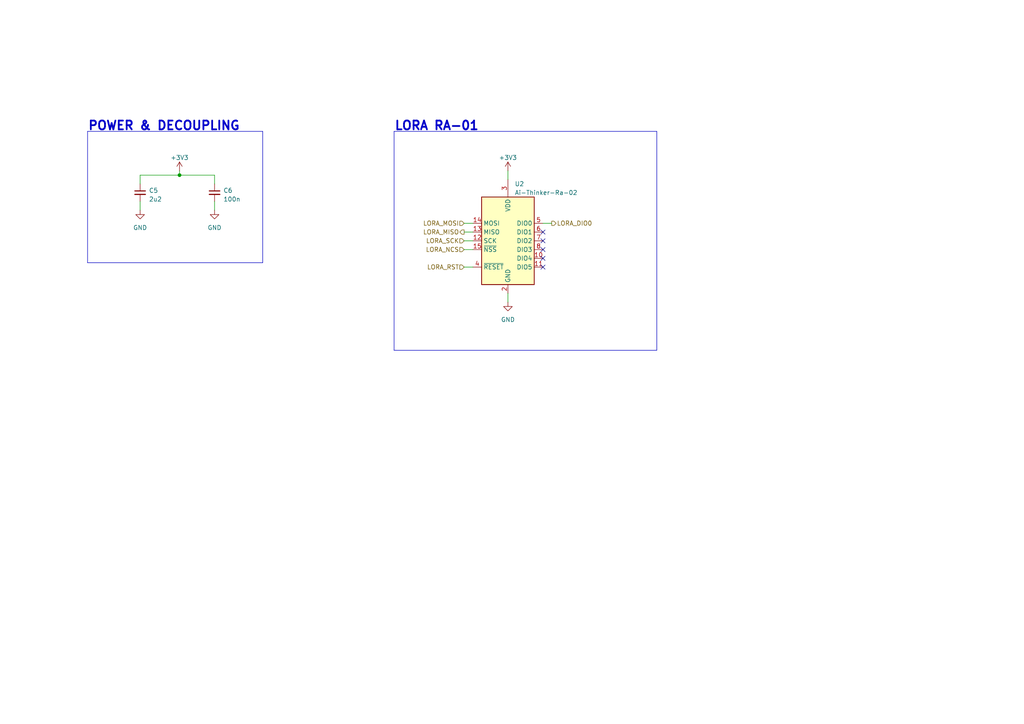
<source format=kicad_sch>
(kicad_sch (version 20230121) (generator eeschema)

  (uuid 337be546-248a-4d87-bc5f-0cc0ae35cca8)

  (paper "A4")

  (lib_symbols
    (symbol "Device:C_Small" (pin_numbers hide) (pin_names (offset 0.254) hide) (in_bom yes) (on_board yes)
      (property "Reference" "C" (at 0.254 1.778 0)
        (effects (font (size 1.27 1.27)) (justify left))
      )
      (property "Value" "C_Small" (at 0.254 -2.032 0)
        (effects (font (size 1.27 1.27)) (justify left))
      )
      (property "Footprint" "" (at 0 0 0)
        (effects (font (size 1.27 1.27)) hide)
      )
      (property "Datasheet" "~" (at 0 0 0)
        (effects (font (size 1.27 1.27)) hide)
      )
      (property "ki_keywords" "capacitor cap" (at 0 0 0)
        (effects (font (size 1.27 1.27)) hide)
      )
      (property "ki_description" "Unpolarized capacitor, small symbol" (at 0 0 0)
        (effects (font (size 1.27 1.27)) hide)
      )
      (property "ki_fp_filters" "C_*" (at 0 0 0)
        (effects (font (size 1.27 1.27)) hide)
      )
      (symbol "C_Small_0_1"
        (polyline
          (pts
            (xy -1.524 -0.508)
            (xy 1.524 -0.508)
          )
          (stroke (width 0.3302) (type default))
          (fill (type none))
        )
        (polyline
          (pts
            (xy -1.524 0.508)
            (xy 1.524 0.508)
          )
          (stroke (width 0.3048) (type default))
          (fill (type none))
        )
      )
      (symbol "C_Small_1_1"
        (pin passive line (at 0 2.54 270) (length 2.032)
          (name "~" (effects (font (size 1.27 1.27))))
          (number "1" (effects (font (size 1.27 1.27))))
        )
        (pin passive line (at 0 -2.54 90) (length 2.032)
          (name "~" (effects (font (size 1.27 1.27))))
          (number "2" (effects (font (size 1.27 1.27))))
        )
      )
    )
    (symbol "RF_Module:Ai-Thinker-Ra-02" (in_bom yes) (on_board yes)
      (property "Reference" "U" (at 2.54 19.05 0)
        (effects (font (size 1.27 1.27)))
      )
      (property "Value" "Ai-Thinker-Ra-02" (at 13.97 -15.24 0)
        (effects (font (size 1.27 1.27)))
      )
      (property "Footprint" "RF_Module:Ai-Thinker-Ra-01-LoRa" (at 25.4 -10.16 0)
        (effects (font (size 1.27 1.27)) hide)
      )
      (property "Datasheet" "http://wiki.ai-thinker.com/_media/lora/docs/c048ps01a1_ra-02_product_specification_v1.1.pdf" (at 2.54 19.05 0)
        (effects (font (size 1.27 1.27)) hide)
      )
      (property "ki_keywords" "Ra-02 LoRa" (at 0 0 0)
        (effects (font (size 1.27 1.27)) hide)
      )
      (property "ki_description" "Ai-Thinker Ra-02 410-525 MHz LoRa Module, SPI interface, U.FL antenna connector" (at 0 0 0)
        (effects (font (size 1.27 1.27)) hide)
      )
      (property "ki_fp_filters" "Ai?Thinker?Ra?01*" (at 0 0 0)
        (effects (font (size 1.27 1.27)) hide)
      )
      (symbol "Ai-Thinker-Ra-02_0_1"
        (rectangle (start -7.62 12.7) (end 7.62 -12.7)
          (stroke (width 0.254) (type default))
          (fill (type background))
        )
      )
      (symbol "Ai-Thinker-Ra-02_1_1"
        (pin passive line (at 0 -15.24 90) (length 2.54) hide
          (name "GND" (effects (font (size 1.27 1.27))))
          (number "1" (effects (font (size 1.27 1.27))))
        )
        (pin bidirectional line (at 10.16 -5.08 180) (length 2.54)
          (name "DIO4" (effects (font (size 1.27 1.27))))
          (number "10" (effects (font (size 1.27 1.27))))
        )
        (pin bidirectional line (at 10.16 -7.62 180) (length 2.54)
          (name "DIO5" (effects (font (size 1.27 1.27))))
          (number "11" (effects (font (size 1.27 1.27))))
        )
        (pin input line (at -10.16 0 0) (length 2.54)
          (name "SCK" (effects (font (size 1.27 1.27))))
          (number "12" (effects (font (size 1.27 1.27))))
        )
        (pin output line (at -10.16 2.54 0) (length 2.54)
          (name "MISO" (effects (font (size 1.27 1.27))))
          (number "13" (effects (font (size 1.27 1.27))))
        )
        (pin input line (at -10.16 5.08 0) (length 2.54)
          (name "MOSI" (effects (font (size 1.27 1.27))))
          (number "14" (effects (font (size 1.27 1.27))))
        )
        (pin input line (at -10.16 -2.54 0) (length 2.54)
          (name "~{NSS}" (effects (font (size 1.27 1.27))))
          (number "15" (effects (font (size 1.27 1.27))))
        )
        (pin passive line (at 0 -15.24 90) (length 2.54) hide
          (name "GND" (effects (font (size 1.27 1.27))))
          (number "16" (effects (font (size 1.27 1.27))))
        )
        (pin power_in line (at 0 -15.24 90) (length 2.54)
          (name "GND" (effects (font (size 1.27 1.27))))
          (number "2" (effects (font (size 1.27 1.27))))
        )
        (pin power_in line (at 0 17.78 270) (length 5.08)
          (name "VDD" (effects (font (size 1.27 1.27))))
          (number "3" (effects (font (size 1.27 1.27))))
        )
        (pin input line (at -10.16 -7.62 0) (length 2.54)
          (name "~{RESET}" (effects (font (size 1.27 1.27))))
          (number "4" (effects (font (size 1.27 1.27))))
        )
        (pin bidirectional line (at 10.16 5.08 180) (length 2.54)
          (name "DIO0" (effects (font (size 1.27 1.27))))
          (number "5" (effects (font (size 1.27 1.27))))
        )
        (pin bidirectional line (at 10.16 2.54 180) (length 2.54)
          (name "DIO1" (effects (font (size 1.27 1.27))))
          (number "6" (effects (font (size 1.27 1.27))))
        )
        (pin bidirectional line (at 10.16 0 180) (length 2.54)
          (name "DIO2" (effects (font (size 1.27 1.27))))
          (number "7" (effects (font (size 1.27 1.27))))
        )
        (pin bidirectional line (at 10.16 -2.54 180) (length 2.54)
          (name "DIO3" (effects (font (size 1.27 1.27))))
          (number "8" (effects (font (size 1.27 1.27))))
        )
        (pin passive line (at 0 -15.24 90) (length 2.54) hide
          (name "GND" (effects (font (size 1.27 1.27))))
          (number "9" (effects (font (size 1.27 1.27))))
        )
      )
    )
    (symbol "power:+3V3" (power) (pin_names (offset 0)) (in_bom yes) (on_board yes)
      (property "Reference" "#PWR" (at 0 -3.81 0)
        (effects (font (size 1.27 1.27)) hide)
      )
      (property "Value" "+3V3" (at 0 3.556 0)
        (effects (font (size 1.27 1.27)))
      )
      (property "Footprint" "" (at 0 0 0)
        (effects (font (size 1.27 1.27)) hide)
      )
      (property "Datasheet" "" (at 0 0 0)
        (effects (font (size 1.27 1.27)) hide)
      )
      (property "ki_keywords" "global power" (at 0 0 0)
        (effects (font (size 1.27 1.27)) hide)
      )
      (property "ki_description" "Power symbol creates a global label with name \"+3V3\"" (at 0 0 0)
        (effects (font (size 1.27 1.27)) hide)
      )
      (symbol "+3V3_0_1"
        (polyline
          (pts
            (xy -0.762 1.27)
            (xy 0 2.54)
          )
          (stroke (width 0) (type default))
          (fill (type none))
        )
        (polyline
          (pts
            (xy 0 0)
            (xy 0 2.54)
          )
          (stroke (width 0) (type default))
          (fill (type none))
        )
        (polyline
          (pts
            (xy 0 2.54)
            (xy 0.762 1.27)
          )
          (stroke (width 0) (type default))
          (fill (type none))
        )
      )
      (symbol "+3V3_1_1"
        (pin power_in line (at 0 0 90) (length 0) hide
          (name "+3V3" (effects (font (size 1.27 1.27))))
          (number "1" (effects (font (size 1.27 1.27))))
        )
      )
    )
    (symbol "power:GND" (power) (pin_names (offset 0)) (in_bom yes) (on_board yes)
      (property "Reference" "#PWR" (at 0 -6.35 0)
        (effects (font (size 1.27 1.27)) hide)
      )
      (property "Value" "GND" (at 0 -3.81 0)
        (effects (font (size 1.27 1.27)))
      )
      (property "Footprint" "" (at 0 0 0)
        (effects (font (size 1.27 1.27)) hide)
      )
      (property "Datasheet" "" (at 0 0 0)
        (effects (font (size 1.27 1.27)) hide)
      )
      (property "ki_keywords" "global power" (at 0 0 0)
        (effects (font (size 1.27 1.27)) hide)
      )
      (property "ki_description" "Power symbol creates a global label with name \"GND\" , ground" (at 0 0 0)
        (effects (font (size 1.27 1.27)) hide)
      )
      (symbol "GND_0_1"
        (polyline
          (pts
            (xy 0 0)
            (xy 0 -1.27)
            (xy 1.27 -1.27)
            (xy 0 -2.54)
            (xy -1.27 -1.27)
            (xy 0 -1.27)
          )
          (stroke (width 0) (type default))
          (fill (type none))
        )
      )
      (symbol "GND_1_1"
        (pin power_in line (at 0 0 270) (length 0) hide
          (name "GND" (effects (font (size 1.27 1.27))))
          (number "1" (effects (font (size 1.27 1.27))))
        )
      )
    )
  )

  (junction (at 52.07 50.8) (diameter 0) (color 0 0 0 0)
    (uuid 47c2af7e-c22c-447a-afe1-6b18959386fe)
  )

  (no_connect (at 157.48 77.47) (uuid 35e6e6f2-eaa1-4706-bc11-6fbd883a91b7))
  (no_connect (at 157.48 67.31) (uuid 624b59b4-3feb-4f72-88ca-1bf90a3ad021))
  (no_connect (at 157.48 74.93) (uuid 80a6916b-564d-421e-aba5-7393b776013a))
  (no_connect (at 157.48 72.39) (uuid 83790c32-4aac-45b9-b2da-8453d485f010))
  (no_connect (at 157.48 69.85) (uuid fa5ab2ad-5057-4045-9ede-163e76bacf70))

  (wire (pts (xy 157.48 64.77) (xy 160.02 64.77))
    (stroke (width 0) (type default))
    (uuid 07894c16-15bc-450e-84d0-da35ff2ce1b5)
  )
  (polyline (pts (xy 76.2 38.1) (xy 76.2 76.2))
    (stroke (width 0) (type default))
    (uuid 0fa72569-26d4-4ea9-8f36-53d75f64984c)
  )

  (wire (pts (xy 62.23 50.8) (xy 52.07 50.8))
    (stroke (width 0) (type default))
    (uuid 1e4df546-633a-4b7d-a5e4-00c4d539840a)
  )
  (wire (pts (xy 62.23 60.96) (xy 62.23 58.42))
    (stroke (width 0) (type default))
    (uuid 1ef13af0-f125-4abc-a631-d62ee1ead008)
  )
  (wire (pts (xy 134.62 69.85) (xy 137.16 69.85))
    (stroke (width 0) (type default))
    (uuid 2b540338-bec9-4d14-9beb-1df19990f618)
  )
  (wire (pts (xy 40.64 50.8) (xy 52.07 50.8))
    (stroke (width 0) (type default))
    (uuid 31c69a76-10a2-467e-9858-e9e36f943581)
  )
  (wire (pts (xy 134.62 67.31) (xy 137.16 67.31))
    (stroke (width 0) (type default))
    (uuid 34535649-75cc-444a-8070-40032e1ce548)
  )
  (wire (pts (xy 52.07 49.53) (xy 52.07 50.8))
    (stroke (width 0) (type default))
    (uuid 450ac1c4-e7e9-4ac4-8737-5d3e6e5deae0)
  )
  (wire (pts (xy 62.23 50.8) (xy 62.23 53.34))
    (stroke (width 0) (type default))
    (uuid 63612301-23b0-4a53-9eb2-dab8e65dd7fb)
  )
  (wire (pts (xy 147.32 49.53) (xy 147.32 52.07))
    (stroke (width 0) (type default))
    (uuid 77cdf47d-2a75-4aa6-a13a-5b7708c80e38)
  )
  (polyline (pts (xy 190.5 101.6) (xy 114.3 101.6))
    (stroke (width 0) (type default))
    (uuid 86b84e43-33ae-46c5-9d98-d4076b33af87)
  )

  (wire (pts (xy 147.32 85.09) (xy 147.32 87.63))
    (stroke (width 0) (type default))
    (uuid 8f971e2e-7c94-419e-a616-ee702c354626)
  )
  (polyline (pts (xy 190.5 38.1) (xy 190.5 101.6))
    (stroke (width 0) (type default))
    (uuid 8fdc2c52-cc6d-408b-bd6a-522f61247496)
  )
  (polyline (pts (xy 114.3 38.1) (xy 190.5 38.1))
    (stroke (width 0) (type default))
    (uuid 9882d4a0-134f-48eb-ae3c-f9dc945a339f)
  )
  (polyline (pts (xy 76.2 76.2) (xy 25.4 76.2))
    (stroke (width 0) (type default))
    (uuid a81b0b5b-b83f-4722-9d3c-51af0cd212c7)
  )
  (polyline (pts (xy 114.3 101.6) (xy 114.3 38.1))
    (stroke (width 0) (type default))
    (uuid c3f4ae3b-f41d-4dc5-89b7-68efc7a3da3d)
  )

  (wire (pts (xy 134.62 77.47) (xy 137.16 77.47))
    (stroke (width 0) (type default))
    (uuid d9901845-5e6a-49dd-a78c-1cd26d0fc85e)
  )
  (wire (pts (xy 40.64 60.96) (xy 40.64 58.42))
    (stroke (width 0) (type default))
    (uuid dd1e87c3-0c38-4289-bdf3-50d0a5511a4f)
  )
  (wire (pts (xy 40.64 50.8) (xy 40.64 53.34))
    (stroke (width 0) (type default))
    (uuid e1a82b5a-23a1-4995-aa3c-f0d6a2821772)
  )
  (wire (pts (xy 134.62 64.77) (xy 137.16 64.77))
    (stroke (width 0) (type default))
    (uuid eb52833f-98e1-4c45-bede-410248e38d8d)
  )
  (wire (pts (xy 134.62 72.39) (xy 137.16 72.39))
    (stroke (width 0) (type default))
    (uuid f055aa6b-a4df-4b13-835d-5a04e6050820)
  )
  (polyline (pts (xy 25.4 38.1) (xy 76.2 38.1))
    (stroke (width 0) (type default))
    (uuid f4d1e2ff-66d1-483b-8eb8-f5fbad42bf5a)
  )
  (polyline (pts (xy 25.4 76.2) (xy 25.4 38.1))
    (stroke (width 0) (type default))
    (uuid fc85d2d6-cedf-4eb9-8322-8ed592b00ec8)
  )

  (text "POWER & DECOUPLING" (at 25.4 38.1 0)
    (effects (font (size 2.54 2.54) (thickness 0.508) bold) (justify left bottom))
    (uuid 68b3cbc1-57b8-42e6-bacf-d66861891eee)
  )
  (text "LORA RA-01" (at 114.3 38.1 0)
    (effects (font (size 2.54 2.54) bold) (justify left bottom))
    (uuid e7226b79-0636-4fc7-92d5-804c85a6be24)
  )

  (hierarchical_label "LORA_SCK" (shape input) (at 134.62 69.85 180) (fields_autoplaced)
    (effects (font (size 1.27 1.27)) (justify right))
    (uuid 2e4ef67e-291c-4ba3-acd8-cd78d1ad7ed3)
  )
  (hierarchical_label "LORA_MOSI" (shape input) (at 134.62 64.77 180) (fields_autoplaced)
    (effects (font (size 1.27 1.27)) (justify right))
    (uuid 3c829c14-ac93-4c03-a36c-3a3f4605c3d6)
  )
  (hierarchical_label "LORA_DIO0" (shape output) (at 160.02 64.77 0) (fields_autoplaced)
    (effects (font (size 1.27 1.27)) (justify left))
    (uuid 41ddd08a-7b80-400a-a2ee-78ce2935dddf)
  )
  (hierarchical_label "LORA_MISO" (shape output) (at 134.62 67.31 180) (fields_autoplaced)
    (effects (font (size 1.27 1.27)) (justify right))
    (uuid a4ad00b9-8e33-4b27-94bb-7f7fa95f407b)
  )
  (hierarchical_label "LORA_NCS" (shape input) (at 134.62 72.39 180) (fields_autoplaced)
    (effects (font (size 1.27 1.27)) (justify right))
    (uuid b37ce5c6-5af6-4d43-98c1-3f16806f8dc1)
  )
  (hierarchical_label "LORA_RST" (shape input) (at 134.62 77.47 180) (fields_autoplaced)
    (effects (font (size 1.27 1.27)) (justify right))
    (uuid dc4fdf24-c234-4591-8b5c-a758fe5f9bfd)
  )

  (symbol (lib_id "power:+3V3") (at 147.32 49.53 0) (unit 1)
    (in_bom yes) (on_board yes) (dnp no) (fields_autoplaced)
    (uuid 1e622652-4178-4260-b2c8-1461df4752a2)
    (property "Reference" "#PWR010" (at 147.32 53.34 0)
      (effects (font (size 1.27 1.27)) hide)
    )
    (property "Value" "+3V3" (at 147.32 45.72 0)
      (effects (font (size 1.27 1.27)))
    )
    (property "Footprint" "" (at 147.32 49.53 0)
      (effects (font (size 1.27 1.27)) hide)
    )
    (property "Datasheet" "" (at 147.32 49.53 0)
      (effects (font (size 1.27 1.27)) hide)
    )
    (pin "1" (uuid 025607c6-840b-480f-8d95-ff99c9f2ef7b))
    (instances
      (project "Longle"
        (path "/cf42f967-0844-484f-bf53-f60880719bcc"
          (reference "#PWR010") (unit 1)
        )
        (path "/cf42f967-0844-484f-bf53-f60880719bcc/13943843-5d8a-4b85-91a9-cba34e9c07a7"
          (reference "#PWR0301") (unit 1)
        )
      )
      (project "IoT_Agrifarm"
        (path "/e886365f-2304-4290-beeb-1e373de9e66a/eae4af12-f8de-4de8-92e4-1349dbdea321"
          (reference "#PWR0502") (unit 1)
        )
      )
    )
  )

  (symbol (lib_id "Device:C_Small") (at 62.23 55.88 0) (unit 1)
    (in_bom yes) (on_board yes) (dnp no) (fields_autoplaced)
    (uuid 2c4b697f-62d8-48b7-a800-26a385560400)
    (property "Reference" "C6" (at 64.77 55.2513 0)
      (effects (font (size 1.27 1.27)) (justify left))
    )
    (property "Value" "100n" (at 64.77 57.7913 0)
      (effects (font (size 1.27 1.27)) (justify left))
    )
    (property "Footprint" "Capacitor_SMD:C_0201_0603Metric" (at 62.23 55.88 0)
      (effects (font (size 1.27 1.27)) hide)
    )
    (property "Datasheet" "~" (at 62.23 55.88 0)
      (effects (font (size 1.27 1.27)) hide)
    )
    (property "MANUFACTURER" "CCTC" (at 62.23 55.88 0)
      (effects (font (size 1.27 1.27)) hide)
    )
    (property "MPN" "TCC0402X7R104K160AT" (at 62.23 55.88 0)
      (effects (font (size 1.27 1.27)) hide)
    )
    (property "UNIT PRICE" "0.0009 " (at 62.23 55.88 0)
      (effects (font (size 1.27 1.27)) hide)
    )
    (property "VENDOR" "LCSC" (at 62.23 55.88 0)
      (effects (font (size 1.27 1.27)) hide)
    )
    (pin "1" (uuid f8f71ae6-5b49-4c9c-8f8d-aeb833ec50ab))
    (pin "2" (uuid 6221ecf1-4302-40a7-993b-f7160057f3c6))
    (instances
      (project "Longle"
        (path "/cf42f967-0844-484f-bf53-f60880719bcc"
          (reference "C6") (unit 1)
        )
        (path "/cf42f967-0844-484f-bf53-f60880719bcc/13943843-5d8a-4b85-91a9-cba34e9c07a7"
          (reference "C302") (unit 1)
        )
      )
      (project "IoT_Agrifarm"
        (path "/e886365f-2304-4290-beeb-1e373de9e66a/eae4af12-f8de-4de8-92e4-1349dbdea321"
          (reference "C503") (unit 1)
        )
      )
    )
  )

  (symbol (lib_id "RF_Module:Ai-Thinker-Ra-02") (at 147.32 69.85 0) (unit 1)
    (in_bom yes) (on_board yes) (dnp no) (fields_autoplaced)
    (uuid 67397298-f887-4266-be42-9cbae3f97810)
    (property "Reference" "U2" (at 149.2759 53.34 0)
      (effects (font (size 1.27 1.27)) (justify left))
    )
    (property "Value" "Ai-Thinker-Ra-02" (at 149.2759 55.88 0)
      (effects (font (size 1.27 1.27)) (justify left))
    )
    (property "Footprint" "RF_Module:Ai-Thinker-Ra-01-LoRa" (at 172.72 80.01 0)
      (effects (font (size 1.27 1.27)) hide)
    )
    (property "Datasheet" "http://wiki.ai-thinker.com/_media/lora/docs/c048ps01a1_ra-02_product_specification_v1.1.pdf" (at 149.86 50.8 0)
      (effects (font (size 1.27 1.27)) hide)
    )
    (property "MANUFACTURER" "Ai-Thinker" (at 147.32 69.85 0)
      (effects (font (size 1.27 1.27)) hide)
    )
    (property "MPN" "Ra-01SC-I" (at 147.32 69.85 0)
      (effects (font (size 1.27 1.27)) hide)
    )
    (property "UNIT PRICE" "3.5001" (at 147.32 69.85 0)
      (effects (font (size 1.27 1.27)) hide)
    )
    (property "VENDOR" "LCSC" (at 147.32 69.85 0)
      (effects (font (size 1.27 1.27)) hide)
    )
    (pin "1" (uuid 94dd14e8-7db9-4c6c-a02d-f85c729c6790))
    (pin "10" (uuid a494154f-113b-47d3-9f0a-9f4083a60789))
    (pin "11" (uuid b9391c2b-ce83-4451-bea5-8862be0dd371))
    (pin "12" (uuid 3667b28d-f662-49b3-990e-0845c924e0b8))
    (pin "13" (uuid a6f5d303-03a6-4abd-9191-9e8da2e454e9))
    (pin "14" (uuid 25da5745-56c6-4963-864f-9cbce0add2c9))
    (pin "15" (uuid 8c7b66ff-f2df-493f-bad7-8d487bcc2626))
    (pin "16" (uuid 24e5441f-f1cf-4be7-b4c2-c0ed10546ba6))
    (pin "2" (uuid 09c2f494-c9f8-4d8e-b84d-679df6ebb06f))
    (pin "3" (uuid 987bb61a-65d3-4428-a8e5-21cfb9d863fb))
    (pin "4" (uuid 4537f68a-1f4e-4d5e-b74f-3205daa260cc))
    (pin "5" (uuid e8d3d06a-890c-4aeb-95b7-14121ec3e94b))
    (pin "6" (uuid 766e65de-cd62-440a-8e2c-a34f89c3a1fc))
    (pin "7" (uuid da8acc5c-b23a-4e8a-9ba9-b9d69db79c96))
    (pin "8" (uuid 4619cbbd-9104-48eb-9870-8929158dca0b))
    (pin "9" (uuid df4c3d21-ff71-49d4-b10d-c19d7f6f8f4d))
    (instances
      (project "Longle"
        (path "/cf42f967-0844-484f-bf53-f60880719bcc"
          (reference "U2") (unit 1)
        )
        (path "/cf42f967-0844-484f-bf53-f60880719bcc/13943843-5d8a-4b85-91a9-cba34e9c07a7"
          (reference "U301") (unit 1)
        )
      )
      (project "IoT_Agrifarm"
        (path "/e886365f-2304-4290-beeb-1e373de9e66a/eae4af12-f8de-4de8-92e4-1349dbdea321"
          (reference "U501") (unit 1)
        )
      )
    )
  )

  (symbol (lib_id "power:GND") (at 147.32 87.63 0) (unit 1)
    (in_bom yes) (on_board yes) (dnp no) (fields_autoplaced)
    (uuid 727dbb09-7fc5-45f3-a7c8-592be47aacfc)
    (property "Reference" "#PWR0305" (at 147.32 93.98 0)
      (effects (font (size 1.27 1.27)) hide)
    )
    (property "Value" "GND" (at 147.32 92.71 0)
      (effects (font (size 1.27 1.27)))
    )
    (property "Footprint" "" (at 147.32 87.63 0)
      (effects (font (size 1.27 1.27)) hide)
    )
    (property "Datasheet" "" (at 147.32 87.63 0)
      (effects (font (size 1.27 1.27)) hide)
    )
    (pin "1" (uuid 5db1841a-42dc-4579-8c3c-67d8f5b2e315))
    (instances
      (project "Longle"
        (path "/cf42f967-0844-484f-bf53-f60880719bcc/13943843-5d8a-4b85-91a9-cba34e9c07a7"
          (reference "#PWR0305") (unit 1)
        )
      )
      (project "IoT_Agrifarm"
        (path "/e886365f-2304-4290-beeb-1e373de9e66a/eae4af12-f8de-4de8-92e4-1349dbdea321"
          (reference "#PWR0507") (unit 1)
        )
      )
    )
  )

  (symbol (lib_id "power:GND") (at 62.23 60.96 0) (unit 1)
    (in_bom yes) (on_board yes) (dnp no)
    (uuid b5e87b3a-2000-4c27-81cd-0c297d58828c)
    (property "Reference" "#PWR09" (at 62.23 67.31 0)
      (effects (font (size 1.27 1.27)) hide)
    )
    (property "Value" "GND" (at 62.23 66.04 0)
      (effects (font (size 1.27 1.27)))
    )
    (property "Footprint" "" (at 62.23 60.96 0)
      (effects (font (size 1.27 1.27)) hide)
    )
    (property "Datasheet" "" (at 62.23 60.96 0)
      (effects (font (size 1.27 1.27)) hide)
    )
    (pin "1" (uuid c48a5ed6-65d5-492a-9827-aee11e6b0c75))
    (instances
      (project "Longle"
        (path "/cf42f967-0844-484f-bf53-f60880719bcc"
          (reference "#PWR09") (unit 1)
        )
        (path "/cf42f967-0844-484f-bf53-f60880719bcc/13943843-5d8a-4b85-91a9-cba34e9c07a7"
          (reference "#PWR0303") (unit 1)
        )
      )
      (project "IoT_Agrifarm"
        (path "/e886365f-2304-4290-beeb-1e373de9e66a/eae4af12-f8de-4de8-92e4-1349dbdea321"
          (reference "#PWR0506") (unit 1)
        )
      )
    )
  )

  (symbol (lib_id "power:GND") (at 40.64 60.96 0) (unit 1)
    (in_bom yes) (on_board yes) (dnp no)
    (uuid befcbe3f-9184-47fc-8ff8-25cb99ce0766)
    (property "Reference" "#PWR08" (at 40.64 67.31 0)
      (effects (font (size 1.27 1.27)) hide)
    )
    (property "Value" "GND" (at 40.64 66.04 0)
      (effects (font (size 1.27 1.27)))
    )
    (property "Footprint" "" (at 40.64 60.96 0)
      (effects (font (size 1.27 1.27)) hide)
    )
    (property "Datasheet" "" (at 40.64 60.96 0)
      (effects (font (size 1.27 1.27)) hide)
    )
    (pin "1" (uuid 65b75c98-8181-433c-9b37-9bdb490e8487))
    (instances
      (project "Longle"
        (path "/cf42f967-0844-484f-bf53-f60880719bcc"
          (reference "#PWR08") (unit 1)
        )
        (path "/cf42f967-0844-484f-bf53-f60880719bcc/13943843-5d8a-4b85-91a9-cba34e9c07a7"
          (reference "#PWR0302") (unit 1)
        )
      )
      (project "IoT_Agrifarm"
        (path "/e886365f-2304-4290-beeb-1e373de9e66a/eae4af12-f8de-4de8-92e4-1349dbdea321"
          (reference "#PWR0504") (unit 1)
        )
      )
    )
  )

  (symbol (lib_id "Device:C_Small") (at 40.64 55.88 0) (unit 1)
    (in_bom yes) (on_board yes) (dnp no) (fields_autoplaced)
    (uuid e5504d67-175b-4bf3-a1a3-5521de06b3f3)
    (property "Reference" "C5" (at 43.18 55.2513 0)
      (effects (font (size 1.27 1.27)) (justify left))
    )
    (property "Value" "2u2" (at 43.18 57.7913 0)
      (effects (font (size 1.27 1.27)) (justify left))
    )
    (property "Footprint" "Capacitor_SMD:C_0402_1005Metric" (at 40.64 55.88 0)
      (effects (font (size 1.27 1.27)) hide)
    )
    (property "Datasheet" "~" (at 40.64 55.88 0)
      (effects (font (size 1.27 1.27)) hide)
    )
    (property "MANUFACTURER" "Samsung Electro-Mechanics" (at 40.64 55.88 0)
      (effects (font (size 1.27 1.27)) hide)
    )
    (property "MPN" "CL05A225MP5NSNC" (at 40.64 55.88 0)
      (effects (font (size 1.27 1.27)) hide)
    )
    (property "UNIT PRICE" "0.0038" (at 40.64 55.88 0)
      (effects (font (size 1.27 1.27)) hide)
    )
    (property "VENDOR" "LCSC" (at 40.64 55.88 0)
      (effects (font (size 1.27 1.27)) hide)
    )
    (pin "1" (uuid 2bcf38f2-34e0-4500-b185-4154b302493b))
    (pin "2" (uuid 033af24c-be4a-4084-be27-185b827c6b27))
    (instances
      (project "Longle"
        (path "/cf42f967-0844-484f-bf53-f60880719bcc"
          (reference "C5") (unit 1)
        )
        (path "/cf42f967-0844-484f-bf53-f60880719bcc/13943843-5d8a-4b85-91a9-cba34e9c07a7"
          (reference "C301") (unit 1)
        )
      )
      (project "IoT_Agrifarm"
        (path "/e886365f-2304-4290-beeb-1e373de9e66a/eae4af12-f8de-4de8-92e4-1349dbdea321"
          (reference "C501") (unit 1)
        )
      )
    )
  )

  (symbol (lib_id "power:+3V3") (at 52.07 49.53 0) (unit 1)
    (in_bom yes) (on_board yes) (dnp no) (fields_autoplaced)
    (uuid fd50ddd4-c765-4935-8a19-8a3a86da16eb)
    (property "Reference" "#PWR010" (at 52.07 53.34 0)
      (effects (font (size 1.27 1.27)) hide)
    )
    (property "Value" "+3V3" (at 52.07 45.72 0)
      (effects (font (size 1.27 1.27)))
    )
    (property "Footprint" "" (at 52.07 49.53 0)
      (effects (font (size 1.27 1.27)) hide)
    )
    (property "Datasheet" "" (at 52.07 49.53 0)
      (effects (font (size 1.27 1.27)) hide)
    )
    (pin "1" (uuid caeaad33-45d6-4d29-803f-4e75343c9530))
    (instances
      (project "Longle"
        (path "/cf42f967-0844-484f-bf53-f60880719bcc"
          (reference "#PWR010") (unit 1)
        )
        (path "/cf42f967-0844-484f-bf53-f60880719bcc/13943843-5d8a-4b85-91a9-cba34e9c07a7"
          (reference "#PWR0301") (unit 1)
        )
      )
      (project "IoT_Agrifarm"
        (path "/e886365f-2304-4290-beeb-1e373de9e66a/eae4af12-f8de-4de8-92e4-1349dbdea321"
          (reference "#PWR0501") (unit 1)
        )
      )
    )
  )
)

</source>
